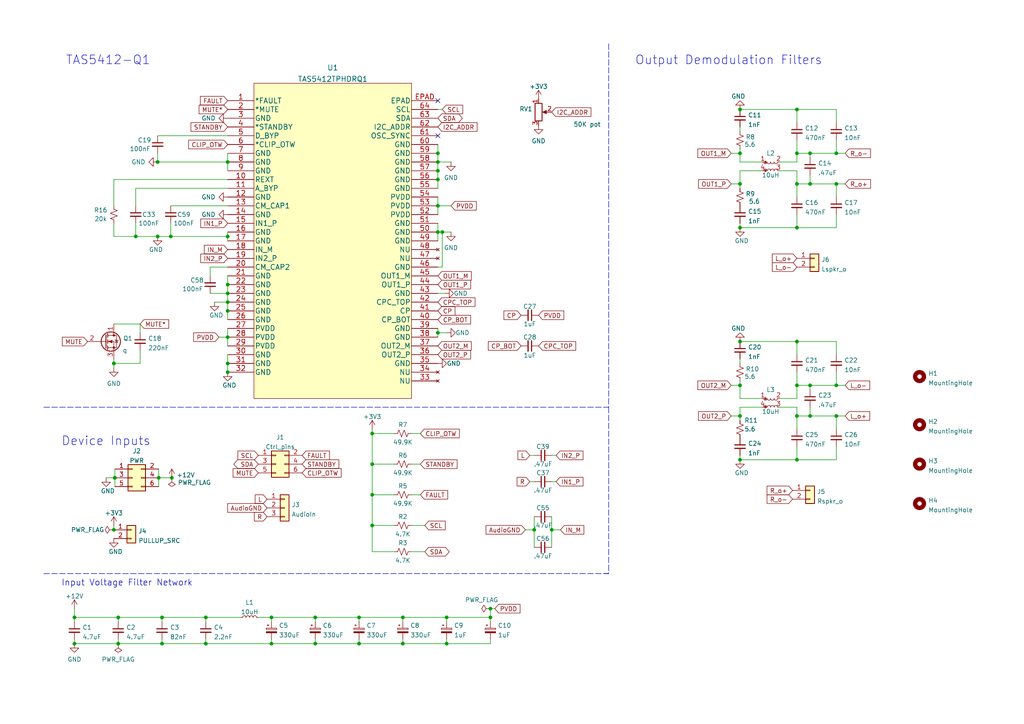
<source format=kicad_sch>
(kicad_sch (version 20211123) (generator eeschema)
  (paper "A4")
  (title_block (title "TAS5412 28W Power Amp") (date "2022-03-01") (rev "V1.0") (comment 1 "Texas Instruments Power Amplifier set for basic usage"))
  (lib_symbols
    (symbol "Amplifier_Audio:TAS5412TPHDRQ1" (pin_names (offset 0.254))
      (property "Reference" "U" (at 0 46.99 0))
      (property "Value" "TAS5412TPHDRQ1" (at 0 44.45 0))
      (symbol "TAS5412TPHDRQ1_1_1"
        (pin output line (at -30.48 36.83 0) (length 7.62) (name "*FAULT") (number "1"))
        (pin input line (at -30.48 13.97 0) (length 7.62) (name "REXT") (number "10"))
        (pin unspecified line (at -30.48 11.43 0) (length 7.62) (name "A_BYP") (number "11"))
        (pin power_in line (at -30.48 8.89 0) (length 7.62) (name "GND") (number "12"))
        (pin input line (at -30.48 6.35 0) (length 7.62) (name "CM_CAP1") (number "13"))
        (pin power_in line (at -30.48 3.81 0) (length 7.62) (name "GND") (number "14"))
        (pin input line (at -30.48 1.27 0) (length 7.62) (name "IN1_P") (number "15"))
        (pin power_in line (at -30.48 -1.27 0) (length 7.62) (name "GND") (number "16"))
        (pin power_in line (at -30.48 -3.81 0) (length 7.62) (name "GND") (number "17"))
        (pin input line (at -30.48 -6.35 0) (length 7.62) (name "IN_M") (number "18"))
        (pin input line (at -30.48 -8.89 0) (length 7.62) (name "IN2_P") (number "19"))
        (pin input line (at -30.48 34.29 0) (length 7.62) (name "*MUTE") (number "2"))
        (pin input line (at -30.48 -11.43 0) (length 7.62) (name "CM_CAP2") (number "20"))
        (pin power_in line (at -30.48 -13.97 0) (length 7.62) (name "GND") (number "21"))
        (pin power_in line (at -30.48 -16.51 0) (length 7.62) (name "GND") (number "22"))
        (pin power_in line (at -30.48 -19.05 0) (length 7.62) (name "GND") (number "23"))
        (pin power_in line (at -30.48 -21.59 0) (length 7.62) (name "GND") (number "24"))
        (pin power_in line (at -30.48 -24.13 0) (length 7.62) (name "GND") (number "25"))
        (pin power_in line (at -30.48 -26.67 0) (length 7.62) (name "GND") (number "26"))
        (pin power_in line (at -30.48 -29.21 0) (length 7.62) (name "PVDD") (number "27"))
        (pin power_in line (at -30.48 -31.75 0) (length 7.62) (name "PVDD") (number "28"))
        (pin power_in line (at -30.48 -34.29 0) (length 7.62) (name "PVDD") (number "29"))
        (pin power_in line (at -30.48 31.75 0) (length 7.62) (name "GND") (number "3"))
        (pin power_in line (at -30.48 -36.83 0) (length 7.62) (name "GND") (number "30"))
        (pin power_in line (at -30.48 -39.37 0) (length 7.62) (name "GND") (number "31"))
        (pin power_in line (at -30.48 -41.91 0) (length 7.62) (name "GND") (number "32"))
        (pin no_connect line (at 30.48 -44.45 180) (length 7.62) (name "NU") (number "33"))
        (pin no_connect line (at 30.48 -41.91 180) (length 7.62) (name "NU") (number "34"))
        (pin power_in line (at 30.48 -39.37 180) (length 7.62) (name "GND") (number "35"))
        (pin output line (at 30.48 -36.83 180) (length 7.62) (name "OUT2_P") (number "36"))
        (pin output line (at 30.48 -34.29 180) (length 7.62) (name "OUT2_M") (number "37"))
        (pin power_in line (at 30.48 -31.75 180) (length 7.62) (name "GND") (number "38"))
        (pin power_in line (at 30.48 -29.21 180) (length 7.62) (name "GND") (number "39"))
        (pin input line (at -30.48 29.21 0) (length 7.62) (name "*STANDBY") (number "4"))
        (pin unspecified line (at 30.48 -26.67 180) (length 7.62) (name "CP_BOT") (number "40"))
        (pin unspecified line (at 30.48 -24.13 180) (length 7.62) (name "CP") (number "41"))
        (pin unspecified line (at 30.48 -21.59 180) (length 7.62) (name "CPC_TOP") (number "42"))
        (pin power_in line (at 30.48 -19.05 180) (length 7.62) (name "GND") (number "43"))
        (pin output line (at 30.48 -16.51 180) (length 7.62) (name "OUT1_P") (number "44"))
        (pin output line (at 30.48 -13.97 180) (length 7.62) (name "OUT1_M") (number "45"))
        (pin power_in line (at 30.48 -11.43 180) (length 7.62) (name "GND") (number "46"))
        (pin no_connect line (at 30.48 -8.89 180) (length 7.62) (name "NU") (number "47"))
        (pin no_connect line (at 30.48 -6.35 180) (length 7.62) (name "NU") (number "48"))
        (pin power_in line (at 30.48 -3.81 180) (length 7.62) (name "GND") (number "49"))
        (pin output line (at -30.48 26.67 0) (length 7.62) (name "D_BYP") (number "5"))
        (pin power_in line (at 30.48 -1.27 180) (length 7.62) (name "GND") (number "50"))
        (pin power_in line (at 30.48 1.27 180) (length 7.62) (name "GND") (number "51"))
        (pin power_in line (at 30.48 3.81 180) (length 7.62) (name "PVDD") (number "52"))
        (pin power_in line (at 30.48 6.35 180) (length 7.62) (name "PVDD") (number "53"))
        (pin power_in line (at 30.48 8.89 180) (length 7.62) (name "PVDD") (number "54"))
        (pin power_in line (at 30.48 11.43 180) (length 7.62) (name "GND") (number "55"))
        (pin power_in line (at 30.48 13.97 180) (length 7.62) (name "GND") (number "56"))
        (pin power_in line (at 30.48 16.51 180) (length 7.62) (name "GND") (number "57"))
        (pin power_in line (at 30.48 19.05 180) (length 7.62) (name "GND") (number "58"))
        (pin power_in line (at 30.48 21.59 180) (length 7.62) (name "GND") (number "59"))
        (pin output line (at -30.48 24.13 0) (length 7.62) (name "*CLIP_OTW") (number "6"))
        (pin power_in line (at 30.48 24.13 180) (length 7.62) (name "GND") (number "60"))
        (pin bidirectional line (at 30.48 26.67 180) (length 7.62) (name "OSC_SYNC") (number "61"))
        (pin input line (at 30.48 29.21 180) (length 7.62) (name "I2C_ADDR") (number "62"))
        (pin bidirectional line (at 30.48 31.75 180) (length 7.62) (name "SDA") (number "63"))
        (pin input line (at 30.48 34.29 180) (length 7.62) (name "SCL") (number "64"))
        (pin power_in line (at -30.48 21.59 0) (length 7.62) (name "GND") (number "7"))
        (pin power_in line (at -30.48 19.05 0) (length 7.62) (name "GND") (number "8"))
        (pin power_in line (at -30.48 16.51 0) (length 7.62) (name "GND") (number "9"))
        (pin unspecified line (at 30.48 36.83 180) (length 7.62) (name "EPAD") (number "EPAD"))
      )
    )
    (symbol "Connector_Generic:Conn_01x02" (pin_names (offset 1.016) hide)
      (property "Reference" "J" (at 0 2.54 0))
      (property "Value" "Conn_01x02" (at 0 -5.08 0))
      (symbol "Conn_01x02_1_1"
        (pin passive line (at -5.08 0 0) (length 3.81) (name "Pin_1") (number "1"))
        (pin passive line (at -5.08 -2.54 0) (length 3.81) (name "Pin_2") (number "2"))
      )
    )
    (symbol "Connector_Generic:Conn_01x03" (pin_names (offset 1.016) hide)
      (property "Reference" "J" (at 0 5.08 0))
      (property "Value" "Conn_01x03" (at 0 -5.08 0))
      (symbol "Conn_01x03_1_1"
        (pin passive line (at -5.08 2.54 0) (length 3.81) (name "Pin_1") (number "1"))
        (pin passive line (at -5.08 0 0) (length 3.81) (name "Pin_2") (number "2"))
        (pin passive line (at -5.08 -2.54 0) (length 3.81) (name "Pin_3") (number "3"))
      )
    )
    (symbol "Connector_Generic:Conn_02x03_Odd_Even" (pin_names (offset 1.016) hide)
      (property "Reference" "J" (at 1.27 5.08 0))
      (property "Value" "Conn_02x03_Odd_Even" (at 1.27 -5.08 0))
      (symbol "Conn_02x03_Odd_Even_1_1"
        (pin passive line (at -5.08 2.54 0) (length 3.81) (name "Pin_1") (number "1"))
        (pin passive line (at 7.62 2.54 180) (length 3.81) (name "Pin_2") (number "2"))
        (pin passive line (at -5.08 0 0) (length 3.81) (name "Pin_3") (number "3"))
        (pin passive line (at 7.62 0 180) (length 3.81) (name "Pin_4") (number "4"))
        (pin passive line (at -5.08 -2.54 0) (length 3.81) (name "Pin_5") (number "5"))
        (pin passive line (at 7.62 -2.54 180) (length 3.81) (name "Pin_6") (number "6"))
      )
    )
    (symbol "Device:C_Polarized_Small" (pin_numbers hide) (pin_names (offset 0.254) hide)
      (property "Reference" "C" (at 0.254 1.778 0))
      (property "Value" "C_Polarized_Small" (at 0.254 -2.032 0))
      (symbol "C_Polarized_Small_1_1"
        (pin passive line (at 0 2.54 270) (length 1.8542) (name "~") (number "1"))
        (pin passive line (at 0 -2.54 90) (length 1.8542) (name "~") (number "2"))
      )
    )
    (symbol "Device:C_Small" (pin_numbers hide) (pin_names (offset 0.254) hide)
      (property "Reference" "C" (at 0.254 1.778 0))
      (property "Value" "C_Small" (at 0.254 -2.032 0))
      (symbol "C_Small_1_1"
        (pin passive line (at 0 2.54 270) (length 2.032) (name "~") (number "1"))
        (pin passive line (at 0 -2.54 90) (length 2.032) (name "~") (number "2"))
      )
    )
    (symbol "Device:L_Coupled_Small_1243" (pin_names (offset 0.254) hide)
      (property "Reference" "L" (at 0 3.175 0))
      (property "Value" "L_Coupled_Small_1243" (at 0 -3.175 0))
      (symbol "L_Coupled_Small_1243_1_1"
        (pin passive line (at -2.54 1.27 0) (length 0.508) (name "1") (number "1"))
        (pin passive line (at 2.54 1.27 180) (length 0.508) (name "2") (number "2"))
        (pin passive line (at 2.54 -1.27 180) (length 0.508) (name "3") (number "3"))
        (pin passive line (at -2.54 -1.27 0) (length 0.508) (name "4") (number "4"))
      )
    )
    (symbol "Device:L_Small" (pin_numbers hide) (pin_names (offset 0.254) hide)
      (property "Reference" "L" (at 0.762 1.016 0))
      (property "Value" "L_Small" (at 0.762 -1.016 0))
      (symbol "L_Small_1_1"
        (pin passive line (at 0 2.54 270) (length 0.508) (name "~") (number "1"))
        (pin passive line (at 0 -2.54 90) (length 0.508) (name "~") (number "2"))
      )
    )
    (symbol "Device:Q_NMOS_DGS" (pin_names (offset 0) hide)
      (property "Reference" "Q" (at 5.08 1.27 0))
      (property "Value" "Q_NMOS_DGS" (at 5.08 -1.27 0))
      (symbol "Q_NMOS_DGS_1_1"
        (pin passive line (at 2.54 5.08 270) (length 2.54) (name "D") (number "1"))
        (pin input line (at -5.08 0 0) (length 2.54) (name "G") (number "2"))
        (pin passive line (at 2.54 -5.08 90) (length 2.54) (name "S") (number "3"))
      )
    )
    (symbol "Device:R_Potentiometer" (pin_names (offset 1.016) hide)
      (property "Reference" "RV" (at -4.445 0 90))
      (property "Value" "R_Potentiometer" (at -2.54 0 90))
      (symbol "R_Potentiometer_1_1"
        (pin passive line (at 0 3.81 270) (length 1.27) (name "1") (number "1"))
        (pin passive line (at 3.81 0 180) (length 1.27) (name "2") (number "2"))
        (pin passive line (at 0 -3.81 90) (length 1.27) (name "3") (number "3"))
      )
    )
    (symbol "Device:R_Small_US" (pin_numbers hide) (pin_names (offset 0.254) hide)
      (property "Reference" "R" (at 0.762 0.508 0))
      (property "Value" "R_Small_US" (at 0.762 -1.016 0))
      (symbol "R_Small_US_1_1"
        (pin passive line (at 0 2.54 270) (length 1.016) (name "~") (number "1"))
        (pin passive line (at 0 -2.54 90) (length 1.016) (name "~") (number "2"))
      )
    )
    (symbol "Mechanical:MountingHole" (pin_names (offset 1.016))
      (property "Reference" "H" (at 0 5.08 0))
      (property "Value" "MountingHole" (at 0 3.175 0))
    )
    (symbol "power:+12V" (power) (pin_names (offset 0))
      (property "Value" "+12V" (at 0 3.556 0))
      (symbol "+12V_1_1"
        (pin power_in line (at 0 0 90) (length 0) hide (name "+12V") (number "1"))
      )
    )
    (symbol "power:+3.3V" (power) (pin_names (offset 0))
      (property "Value" "+3.3V" (at 0 3.556 0))
      (symbol "+3.3V_1_1"
        (pin power_in line (at 0 0 90) (length 0) hide (name "+3V3") (number "1"))
      )
    )
    (symbol "power:GND" (power) (pin_names (offset 0))
      (property "Value" "GND" (at 0 -3.81 0))
      (symbol "GND_1_1"
        (pin power_in line (at 0 0 270) (length 0) hide (name "GND") (number "1"))
      )
    )
    (symbol "power:PWR_FLAG" (power) (pin_numbers hide) (pin_names (offset 0) hide)
      (property "Value" "PWR_FLAG" (at 0 3.81 0))
      (symbol "PWR_FLAG_0_0"
        (pin power_out line (at 0 0 90) (length 0) (name "pwr") (number "1"))
      )
    )
  )
  (junction (at 129.54 186.69))
  (junction (at 231.14 120.65))
  (junction (at 116.84 179.07))
  (junction (at 116.84 186.69))
  (junction (at 107.95 143.51))
  (junction (at 160.02 153.67))
  (junction (at 142.24 179.07))
  (junction (at 214.63 44.45))
  (junction (at 78.74 186.69))
  (junction (at 59.69 179.07))
  (junction (at 214.63 120.65))
  (junction (at 231.14 66.04))
  (junction (at 128.27 67.31))
  (junction (at 104.14 179.07))
  (junction (at 127 46.99))
  (junction (at 214.63 133.35))
  (junction (at 21.59 186.69))
  (junction (at 66.04 68.58))
  (junction (at 66.04 82.55))
  (junction (at 66.04 46.99))
  (junction (at 127 96.52))
  (junction (at 39.37 68.58))
  (junction (at 127 67.31))
  (junction (at 242.57 111.76))
  (junction (at 66.04 105.41))
  (junction (at 46.99 186.69))
  (junction (at 234.95 44.45))
  (junction (at 33.3261 138.5847))
  (junction (at 21.59 179.07))
  (junction (at 127 52.07))
  (junction (at 46.0261 138.5847))
  (junction (at 45.72 46.99))
  (junction (at 34.29 186.69))
  (junction (at 234.95 111.76))
  (junction (at 214.63 66.04))
  (junction (at 231.14 111.76))
  (junction (at 104.14 186.69))
  (junction (at 66.04 85.09))
  (junction (at 242.57 44.45))
  (junction (at 127 44.45))
  (junction (at 231.14 99.06))
  (junction (at 231.14 133.35))
  (junction (at 66.04 87.63))
  (junction (at 242.57 120.65))
  (junction (at 78.74 179.07))
  (junction (at 33.274 138.5847))
  (junction (at 231.14 53.34))
  (junction (at 33.02 153.67))
  (junction (at 127 59.69))
  (junction (at 234.95 53.34))
  (junction (at 107.95 125.73))
  (junction (at 66.04 107.95))
  (junction (at 49.8361 138.5847))
  (junction (at 214.63 99.06))
  (junction (at 91.44 179.07))
  (junction (at 242.57 53.34))
  (junction (at 231.14 31.75))
  (junction (at 129.54 179.07))
  (junction (at 45.72 68.58))
  (junction (at 46.99 179.07))
  (junction (at 59.69 186.69))
  (junction (at 33.02 105.41))
  (junction (at 214.63 31.75))
  (junction (at 91.44 186.69))
  (junction (at 107.95 134.62))
  (junction (at 127 49.53))
  (junction (at 66.04 90.17))
  (junction (at 154.94 153.67))
  (junction (at 49.53 68.58))
  (junction (at 34.29 179.07))
  (junction (at 142.24 176.53))
  (junction (at 231.14 44.45))
  (junction (at 214.63 111.76))
  (junction (at 234.95 120.65))
  (junction (at 214.63 53.34))
  (junction (at 66.04 97.79))
  (junction (at 107.95 152.4))
  (no_connect (at 127 29.21))
  (no_connect (at 127 39.37))
  (wire (pts (xy 128.27 67.31) (xy 130.81 67.31)))
  (wire (pts (xy 231.14 31.75) (xy 231.14 35.56)))
  (polyline (pts (xy 12.7 118.11) (xy 176.53 118.11)))
  (wire (pts (xy 63.5 97.79) (xy 66.04 97.79)))
  (wire (pts (xy 231.14 49.53) (xy 231.14 53.34)))
  (wire (pts (xy 107.95 152.4) (xy 114.3 152.4)))
  (wire (pts (xy 34.29 186.69) (xy 21.59 186.69)))
  (wire (pts (xy 242.57 66.04) (xy 231.14 66.04)))
  (wire (pts (xy 33.02 52.07) (xy 33.02 59.69)))
  (wire (pts (xy 127 57.15) (xy 127 59.69)))
  (wire (pts (xy 214.63 104.14) (xy 214.63 105.41)))
  (wire (pts (xy 119.38 152.4) (xy 123.19 152.4)))
  (wire (pts (xy 66.04 68.58) (xy 66.04 69.85)))
  (wire (pts (xy 160.02 139.7) (xy 161.29 139.7)))
  (wire (pts (xy 91.44 185.42) (xy 91.44 186.69)))
  (wire (pts (xy 214.63 99.06) (xy 231.14 99.06)))
  (wire (pts (xy 231.14 120.65) (xy 234.95 120.65)))
  (wire (pts (xy 46.99 180.34) (xy 46.99 179.07)))
  (wire (pts (xy 231.14 44.45) (xy 234.95 44.45)))
  (wire (pts (xy 242.57 53.34) (xy 245.11 53.34)))
  (wire (pts (xy 231.14 99.06) (xy 231.14 102.87)))
  (wire (pts (xy 242.57 99.06) (xy 242.57 102.87)))
  (wire (pts (xy 59.69 185.42) (xy 59.69 186.69)))
  (wire (pts (xy 104.14 180.34) (xy 104.14 179.07)))
  (wire (pts (xy 127 85.09) (xy 129.032 85.09)))
  (wire (pts (xy 234.95 45.72) (xy 234.95 44.45)))
  (wire (pts (xy 66.04 82.55) (xy 66.04 85.09)))
  (wire (pts (xy 231.14 53.34) (xy 231.14 57.15)))
  (wire (pts (xy 45.72 46.99) (xy 66.04 46.99)))
  (wire (pts (xy 33.02 64.77) (xy 33.02 68.58)))
  (wire (pts (xy 231.14 53.34) (xy 234.95 53.34)))
  (wire (pts (xy 160.02 132.08) (xy 161.29 132.08)))
  (wire (pts (xy 78.74 185.42) (xy 78.74 186.69)))
  (wire (pts (xy 116.84 186.69) (xy 129.54 186.69)))
  (wire (pts (xy 45.72 39.37) (xy 66.04 39.37)))
  (wire (pts (xy 107.95 134.62) (xy 114.3 134.62)))
  (wire (pts (xy 59.69 180.34) (xy 59.69 179.07)))
  (wire (pts (xy 34.29 185.42) (xy 34.29 186.69)))
  (wire (pts (xy 127 96.52) (xy 127 97.79)))
  (wire (pts (xy 214.63 121.92) (xy 214.63 120.65)))
  (wire (pts (xy 21.59 180.34) (xy 21.59 179.07)))
  (wire (pts (xy 66.04 67.31) (xy 66.04 68.58)))
  (wire (pts (xy 127 44.45) (xy 127 46.99)))
  (wire (pts (xy 127 96.52) (xy 129.54 96.52)))
  (wire (pts (xy 234.95 111.76) (xy 242.57 111.76)))
  (wire (pts (xy 153.67 139.7) (xy 154.94 139.7)))
  (wire (pts (xy 116.84 179.07) (xy 129.54 179.07)))
  (wire (pts (xy 45.72 68.58) (xy 49.53 68.58)))
  (wire (pts (xy 46.0261 141.1247) (xy 46.0261 138.5847)))
  (wire (pts (xy 242.57 31.75) (xy 242.57 35.56)))
  (wire (pts (xy 242.57 62.23) (xy 242.57 66.04)))
  (wire (pts (xy 226.06 46.99) (xy 231.14 46.99)))
  (wire (pts (xy 234.95 50.8) (xy 234.95 53.34)))
  (wire (pts (xy 214.63 132.08) (xy 214.63 133.35)))
  (wire (pts (xy 231.14 107.95) (xy 231.14 111.76)))
  (wire (pts (xy 234.95 120.65) (xy 242.57 120.65)))
  (wire (pts (xy 160.02 153.67) (xy 160.02 158.75)))
  (wire (pts (xy 60.96 85.09) (xy 66.04 85.09)))
  (wire (pts (xy 66.04 97.79) (xy 66.04 100.33)))
  (wire (pts (xy 127 59.69) (xy 130.81 59.69)))
  (wire (pts (xy 91.44 180.34) (xy 91.44 179.07)))
  (wire (pts (xy 127 52.07) (xy 127 54.61)))
  (wire (pts (xy 128.27 77.47) (xy 128.27 67.31)))
  (wire (pts (xy 214.63 66.04) (xy 231.14 66.04)))
  (wire (pts (xy 39.37 64.77) (xy 39.37 68.58)))
  (wire (pts (xy 128.27 31.75) (xy 127 31.75)))
  (wire (pts (xy 226.06 115.57) (xy 231.14 115.57)))
  (wire (pts (xy 119.38 160.02) (xy 123.19 160.02)))
  (wire (pts (xy 212.09 44.45) (xy 214.63 44.45)))
  (wire (pts (xy 66.04 77.47) (xy 60.96 77.47)))
  (wire (pts (xy 45.72 44.45) (xy 45.72 46.99)))
  (wire (pts (xy 49.53 68.58) (xy 66.04 68.58)))
  (wire (pts (xy 40.64 105.41) (xy 33.02 105.41)))
  (wire (pts (xy 66.04 59.69) (xy 49.53 59.69)))
  (wire (pts (xy 49.53 64.77) (xy 49.53 68.58)))
  (wire (pts (xy 214.63 118.11) (xy 220.98 118.11)))
  (wire (pts (xy 33.3261 138.5847) (xy 33.3261 136.0447)))
  (wire (pts (xy 127 46.99) (xy 127 49.53)))
  (wire (pts (xy 214.63 120.65) (xy 214.63 118.11)))
  (wire (pts (xy 119.38 125.73) (xy 121.92 125.73)))
  (wire (pts (xy 127 49.53) (xy 127 52.07)))
  (wire (pts (xy 242.57 44.45) (xy 245.11 44.45)))
  (wire (pts (xy 127 67.31) (xy 127 69.85)))
  (wire (pts (xy 107.95 125.73) (xy 114.3 125.73)))
  (wire (pts (xy 214.63 44.45) (xy 214.63 46.99)))
  (wire (pts (xy 160.02 149.86) (xy 160.02 153.67)))
  (wire (pts (xy 234.95 118.11) (xy 234.95 120.65)))
  (wire (pts (xy 129.54 179.07) (xy 142.24 179.07)))
  (wire (pts (xy 214.63 133.35) (xy 231.14 133.35)))
  (wire (pts (xy 119.38 143.51) (xy 121.92 143.51)))
  (wire (pts (xy 40.64 93.98) (xy 33.02 93.98)))
  (wire (pts (xy 154.94 153.67) (xy 154.94 158.75)))
  (wire (pts (xy 231.14 46.99) (xy 231.14 44.45)))
  (wire (pts (xy 242.57 40.64) (xy 242.57 44.45)))
  (wire (pts (xy 234.95 44.45) (xy 242.57 44.45)))
  (wire (pts (xy 242.57 133.35) (xy 231.14 133.35)))
  (wire (pts (xy 107.95 134.62) (xy 107.95 143.51)))
  (wire (pts (xy 214.63 43.18) (xy 214.63 44.45)))
  (wire (pts (xy 214.63 31.75) (xy 231.14 31.75)))
  (wire (pts (xy 33.3261 141.1247) (xy 33.3261 138.5847)))
  (wire (pts (xy 127 95.25) (xy 127 96.52)))
  (wire (pts (xy 127 77.47) (xy 128.27 77.47)))
  (wire (pts (xy 78.74 179.07) (xy 91.44 179.07)))
  (wire (pts (xy 62.23 87.63) (xy 66.04 87.63)))
  (polyline (pts (xy 176.53 118.11) (xy 176.53 166.37)))
  (wire (pts (xy 46.99 186.69) (xy 59.69 186.69)))
  (wire (pts (xy 127 64.77) (xy 127 67.31)))
  (wire (pts (xy 231.14 118.11) (xy 231.14 120.65)))
  (wire (pts (xy 107.95 124.46) (xy 107.95 125.73)))
  (wire (pts (xy 142.24 180.34) (xy 142.24 179.07)))
  (wire (pts (xy 33.02 106.68) (xy 33.02 105.41)))
  (wire (pts (xy 107.95 125.73) (xy 107.95 134.62)))
  (wire (pts (xy 160.02 153.67) (xy 162.56 153.67)))
  (wire (pts (xy 234.95 53.34) (xy 242.57 53.34)))
  (wire (pts (xy 107.95 143.51) (xy 114.3 143.51)))
  (wire (pts (xy 78.74 180.34) (xy 78.74 179.07)))
  (wire (pts (xy 127 41.91) (xy 127 44.45)))
  (wire (pts (xy 231.14 99.06) (xy 242.57 99.06)))
  (wire (pts (xy 74.93 179.07) (xy 78.74 179.07)))
  (wire (pts (xy 33.3261 138.5847) (xy 33.274 138.5847)))
  (wire (pts (xy 142.24 179.07) (xy 142.24 176.53)))
  (wire (pts (xy 127 59.69) (xy 127 62.23)))
  (wire (pts (xy 33.274 138.5847) (xy 30.7861 138.5847)))
  (wire (pts (xy 66.04 105.41) (xy 66.04 107.95)))
  (wire (pts (xy 242.57 120.65) (xy 242.57 124.46)))
  (wire (pts (xy 214.63 64.77) (xy 214.63 66.04)))
  (wire (pts (xy 33.02 105.41) (xy 33.02 104.14)))
  (wire (pts (xy 226.06 49.53) (xy 231.14 49.53)))
  (wire (pts (xy 104.14 185.42) (xy 104.14 186.69)))
  (wire (pts (xy 127 67.31) (xy 128.27 67.31)))
  (wire (pts (xy 231.14 133.35) (xy 231.14 129.54)))
  (wire (pts (xy 234.95 113.03) (xy 234.95 111.76)))
  (wire (pts (xy 127 46.99) (xy 130.81 46.99)))
  (wire (pts (xy 91.44 186.69) (xy 104.14 186.69)))
  (wire (pts (xy 66.04 85.09) (xy 66.04 87.63)))
  (wire (pts (xy 107.95 160.02) (xy 114.3 160.02)))
  (wire (pts (xy 40.64 101.6) (xy 40.64 105.41)))
  (wire (pts (xy 231.14 111.76) (xy 234.95 111.76)))
  (wire (pts (xy 59.69 186.69) (xy 78.74 186.69)))
  (wire (pts (xy 231.14 66.04) (xy 231.14 62.23)))
  (wire (pts (xy 242.57 129.54) (xy 242.57 133.35)))
  (wire (pts (xy 231.14 120.65) (xy 231.14 124.46)))
  (wire (pts (xy 226.06 118.11) (xy 231.14 118.11)))
  (wire (pts (xy 66.04 102.87) (xy 66.04 105.41)))
  (wire (pts (xy 242.57 53.34) (xy 242.57 57.15)))
  (wire (pts (xy 242.57 120.65) (xy 245.11 120.65)))
  (wire (pts (xy 78.74 186.69) (xy 91.44 186.69)))
  (polyline (pts (xy 176.53 12.7) (xy 176.53 118.11)))
  (wire (pts (xy 119.38 134.62) (xy 121.92 134.62)))
  (wire (pts (xy 107.95 152.4) (xy 107.95 160.02)))
  (wire (pts (xy 129.54 180.34) (xy 129.54 179.07)))
  (wire (pts (xy 66.04 46.99) (xy 66.04 49.53)))
  (wire (pts (xy 91.44 179.07) (xy 104.14 179.07)))
  (wire (pts (xy 21.59 176.53) (xy 21.59 179.07)))
  (wire (pts (xy 40.64 93.98) (xy 40.64 96.52)))
  (wire (pts (xy 116.84 185.42) (xy 116.84 186.69)))
  (wire (pts (xy 66.04 87.63) (xy 66.04 90.17)))
  (wire (pts (xy 46.99 185.42) (xy 46.99 186.69)))
  (wire (pts (xy 214.63 115.57) (xy 220.98 115.57)))
  (wire (pts (xy 212.09 120.65) (xy 214.63 120.65)))
  (wire (pts (xy 66.04 80.01) (xy 66.04 82.55)))
  (polyline (pts (xy 12.7 166.37) (xy 176.53 166.37)))
  (wire (pts (xy 129.54 185.42) (xy 129.54 186.69)))
  (wire (pts (xy 142.24 186.69) (xy 142.24 185.42)))
  (wire (pts (xy 214.63 111.76) (xy 214.63 115.57)))
  (wire (pts (xy 39.37 54.61) (xy 39.37 59.69)))
  (wire (pts (xy 66.04 44.45) (xy 66.04 46.99)))
  (wire (pts (xy 59.69 179.07) (xy 69.85 179.07)))
  (wire (pts (xy 104.14 179.07) (xy 116.84 179.07)))
  (wire (pts (xy 214.63 36.83) (xy 214.63 38.1)))
  (wire (pts (xy 214.63 53.34) (xy 214.63 49.53)))
  (wire (pts (xy 214.63 49.53) (xy 220.98 49.53)))
  (wire (pts (xy 152.4 153.67) (xy 154.94 153.67)))
  (wire (pts (xy 212.09 111.76) (xy 214.63 111.76)))
  (wire (pts (xy 34.29 179.07) (xy 46.99 179.07)))
  (wire (pts (xy 46.0261 138.5847) (xy 46.0261 136.0447)))
  (wire (pts (xy 46.99 179.07) (xy 59.69 179.07)))
  (wire (pts (xy 116.84 180.34) (xy 116.84 179.07)))
  (polyline (pts (xy 175.26 166.37) (xy 176.53 166.37)))
  (wire (pts (xy 242.57 111.76) (xy 245.11 111.76)))
  (wire (pts (xy 104.14 186.69) (xy 116.84 186.69)))
  (wire (pts (xy 34.29 186.69) (xy 46.99 186.69)))
  (wire (pts (xy 60.96 77.47) (xy 60.96 80.01)))
  (wire (pts (xy 107.95 143.51) (xy 107.95 152.4)))
  (wire (pts (xy 154.94 149.86) (xy 154.94 153.67)))
  (wire (pts (xy 21.59 179.07) (xy 34.29 179.07)))
  (wire (pts (xy 231.14 115.57) (xy 231.14 111.76)))
  (wire (pts (xy 153.67 132.08) (xy 154.94 132.08)))
  (wire (pts (xy 214.63 110.49) (xy 214.63 111.76)))
  (wire (pts (xy 39.37 68.58) (xy 45.72 68.58)))
  (wire (pts (xy 129.54 186.69) (xy 142.24 186.69)))
  (wire (pts (xy 66.04 54.61) (xy 39.37 54.61)))
  (wire (pts (xy 33.02 152.4) (xy 33.02 153.67)))
  (wire (pts (xy 142.24 176.53) (xy 143.51 176.53)))
  (wire (pts (xy 33.02 68.58) (xy 39.37 68.58)))
  (wire (pts (xy 214.63 54.61) (xy 214.63 53.34)))
  (wire (pts (xy 242.57 107.95) (xy 242.57 111.76)))
  (wire (pts (xy 212.09 53.34) (xy 214.63 53.34)))
  (wire (pts (xy 49.8361 138.5847) (xy 46.0261 138.5847)))
  (wire (pts (xy 66.04 52.07) (xy 33.02 52.07)))
  (wire (pts (xy 66.04 90.17) (xy 66.04 92.71)))
  (wire (pts (xy 231.14 40.64) (xy 231.14 44.45)))
  (wire (pts (xy 66.04 95.25) (xy 66.04 97.79)))
  (wire (pts (xy 21.59 185.42) (xy 21.59 186.69)))
  (wire (pts (xy 34.29 180.34) (xy 34.29 179.07)))
  (wire (pts (xy 231.14 31.75) (xy 242.57 31.75)))
  (wire (pts (xy 214.63 46.99) (xy 220.98 46.99)))
  (text "Output Demodulation Filters" (at 184.15 19.05 0) (effects (font (size 2.54 2.54)) (justify left bottom)))
  (text "TAS5412-Q1" (at 19.05 19.05 0) (effects (font (size 2.54 2.54)) (justify left bottom)))
  (text "Input Voltage Filter Network" (at 17.78 170.18 0) (effects (font (size 1.778 1.778)) (justify left bottom)))
  (text "Device Inputs" (at 17.78 129.54 0) (effects (font (size 2.54 2.54)) (justify left bottom)))
  (global_label "SDA" (shape bidirectional) (at 127 34.29 0) (property "Intersheet References" "${INTERSHEET_REFS}" (effects hide)))
  (global_label "PVDD" (shape input) (at 63.5 97.79 180) (property "Intersheet References" "${INTERSHEET_REFS}" (effects hide)))
  (global_label "R_o+" (shape input) (at 229.87 142.24 180) (property "Intersheet References" "${INTERSHEET_REFS}" (effects hide)))
  (global_label "PVDD" (shape input) (at 143.51 176.53 0) (property "Intersheet References" "${INTERSHEET_REFS}" (effects hide)))
  (global_label "MUTE" (shape input) (at 74.93 137.16 180) (property "Intersheet References" "${INTERSHEET_REFS}" (effects hide)))
  (global_label "AudioGND" (shape input) (at 152.4 153.67 180) (property "Intersheet References" "${INTERSHEET_REFS}" (effects hide)))
  (global_label "IN_M" (shape input) (at 66.04 72.39 180) (property "Intersheet References" "${INTERSHEET_REFS}" (effects hide)))
  (global_label "OUT2_P" (shape input) (at 212.09 120.65 180) (property "Intersheet References" "${INTERSHEET_REFS}" (effects hide)))
  (global_label "PVDD" (shape input) (at 130.81 59.69 0) (property "Intersheet References" "${INTERSHEET_REFS}" (effects hide)))
  (global_label "MUTE*" (shape input) (at 40.64 93.98 0) (property "Intersheet References" "${INTERSHEET_REFS}" (effects hide)))
  (global_label "IN1_P" (shape input) (at 161.29 139.7 0) (property "Intersheet References" "${INTERSHEET_REFS}" (effects hide)))
  (global_label "STANDBY" (shape input) (at 121.92 134.62 0) (property "Intersheet References" "${INTERSHEET_REFS}" (effects hide)))
  (global_label "AudioGND" (shape input) (at 77.47 147.32 180) (property "Intersheet References" "${INTERSHEET_REFS}" (effects hide)))
  (global_label "L_o-" (shape input) (at 231.14 77.47 180) (property "Intersheet References" "${INTERSHEET_REFS}" (effects hide)))
  (global_label "FAULT" (shape input) (at 87.63 132.08 0) (property "Intersheet References" "${INTERSHEET_REFS}" (effects hide)))
  (global_label "R_o-" (shape input) (at 229.87 144.78 180) (property "Intersheet References" "${INTERSHEET_REFS}" (effects hide)))
  (global_label "L_o-" (shape input) (at 245.11 111.76 0) (property "Intersheet References" "${INTERSHEET_REFS}" (effects hide)))
  (global_label "L_o+" (shape input) (at 245.11 120.65 0) (property "Intersheet References" "${INTERSHEET_REFS}" (effects hide)))
  (global_label "OUT2_P" (shape input) (at 127 102.87 0) (property "Intersheet References" "${INTERSHEET_REFS}" (effects hide)))
  (global_label "CP_BOT" (shape input) (at 151.13 100.33 180) (property "Intersheet References" "${INTERSHEET_REFS}" (effects hide)))
  (global_label "SCL" (shape input) (at 74.93 132.08 180) (property "Intersheet References" "${INTERSHEET_REFS}" (effects hide)))
  (global_label "CP" (shape input) (at 127 90.17 0) (property "Intersheet References" "${INTERSHEET_REFS}" (effects hide)))
  (global_label "IN_M" (shape input) (at 162.56 153.67 0) (property "Intersheet References" "${INTERSHEET_REFS}" (effects hide)))
  (global_label "R" (shape input) (at 77.47 149.86 180) (property "Intersheet References" "${INTERSHEET_REFS}" (effects hide)))
  (global_label "CLIP_OTW" (shape input) (at 66.04 41.91 180) (property "Intersheet References" "${INTERSHEET_REFS}" (effects hide)))
  (global_label "SCL" (shape input) (at 128.27 31.75 0) (property "Intersheet References" "${INTERSHEET_REFS}" (effects hide)))
  (global_label "STANDBY" (shape input) (at 87.63 134.62 0) (property "Intersheet References" "${INTERSHEET_REFS}" (effects hide)))
  (global_label "R_o-" (shape input) (at 245.11 44.45 0) (property "Intersheet References" "${INTERSHEET_REFS}" (effects hide)))
  (global_label "CP" (shape input) (at 151.13 91.44 180) (property "Intersheet References" "${INTERSHEET_REFS}" (effects hide)))
  (global_label "FAULT" (shape input) (at 66.04 29.21 180) (property "Intersheet References" "${INTERSHEET_REFS}" (effects hide)))
  (global_label "CP_BOT" (shape input) (at 127 92.71 0) (property "Intersheet References" "${INTERSHEET_REFS}" (effects hide)))
  (global_label "MUTE*" (shape input) (at 66.04 31.75 180) (property "Intersheet References" "${INTERSHEET_REFS}" (effects hide)))
  (global_label "I2C_ADDR" (shape input) (at 127 36.83 0) (property "Intersheet References" "${INTERSHEET_REFS}" (effects hide)))
  (global_label "OUT2_M" (shape input) (at 212.09 111.76 180) (property "Intersheet References" "${INTERSHEET_REFS}" (effects hide)))
  (global_label "OUT1_P" (shape input) (at 127 82.55 0) (property "Intersheet References" "${INTERSHEET_REFS}" (effects hide)))
  (global_label "IN2_P" (shape input) (at 66.04 74.93 180) (property "Intersheet References" "${INTERSHEET_REFS}" (effects hide)))
  (global_label "CPC_TOP" (shape input) (at 127 87.63 0) (property "Intersheet References" "${INTERSHEET_REFS}" (effects hide)))
  (global_label "R" (shape input) (at 153.67 139.7 180) (property "Intersheet References" "${INTERSHEET_REFS}" (effects hide)))
  (global_label "OUT1_M" (shape input) (at 212.09 44.45 180) (property "Intersheet References" "${INTERSHEET_REFS}" (effects hide)))
  (global_label "OUT2_M" (shape input) (at 127 100.33 0) (property "Intersheet References" "${INTERSHEET_REFS}" (effects hide)))
  (global_label "CLIP_OTW" (shape input) (at 87.63 137.16 0) (property "Intersheet References" "${INTERSHEET_REFS}" (effects hide)))
  (global_label "OUT1_M" (shape input) (at 127 80.01 0) (property "Intersheet References" "${INTERSHEET_REFS}" (effects hide)))
  (global_label "L" (shape input) (at 77.47 144.78 180) (property "Intersheet References" "${INTERSHEET_REFS}" (effects hide)))
  (global_label "SCL" (shape input) (at 123.19 152.4 0) (property "Intersheet References" "${INTERSHEET_REFS}" (effects hide)))
  (global_label "L" (shape input) (at 153.67 132.08 180) (property "Intersheet References" "${INTERSHEET_REFS}" (effects hide)))
  (global_label "STANDBY" (shape input) (at 66.04 36.83 180) (property "Intersheet References" "${INTERSHEET_REFS}" (effects hide)))
  (global_label "FAULT" (shape input) (at 121.92 143.51 0) (property "Intersheet References" "${INTERSHEET_REFS}" (effects hide)))
  (global_label "L_o+" (shape input) (at 231.14 74.93 180) (property "Intersheet References" "${INTERSHEET_REFS}" (effects hide)))
  (global_label "IN2_P" (shape input) (at 161.29 132.08 0) (property "Intersheet References" "${INTERSHEET_REFS}" (effects hide)))
  (global_label "MUTE" (shape input) (at 25.4 99.06 180) (property "Intersheet References" "${INTERSHEET_REFS}" (effects hide)))
  (global_label "PVDD" (shape input) (at 156.21 91.44 0) (property "Intersheet References" "${INTERSHEET_REFS}" (effects hide)))
  (global_label "R_o+" (shape input) (at 245.11 53.34 0) (property "Intersheet References" "${INTERSHEET_REFS}" (effects hide)))
  (global_label "SDA" (shape bidirectional) (at 74.93 134.62 180) (property "Intersheet References" "${INTERSHEET_REFS}" (effects hide)))
  (global_label "CPC_TOP" (shape input) (at 156.21 100.33 0) (property "Intersheet References" "${INTERSHEET_REFS}" (effects hide)))
  (global_label "SDA" (shape bidirectional) (at 123.19 160.02 0) (property "Intersheet References" "${INTERSHEET_REFS}" (effects hide)))
  (global_label "OUT1_P" (shape input) (at 212.09 53.34 180) (property "Intersheet References" "${INTERSHEET_REFS}" (effects hide)))
  (global_label "CLIP_OTW" (shape input) (at 121.92 125.73 0) (property "Intersheet References" "${INTERSHEET_REFS}" (effects hide)))
  (global_label "I2C_ADDR" (shape input) (at 160.02 32.512 0) (property "Intersheet References" "${INTERSHEET_REFS}" (effects hide)))
  (global_label "IN1_P" (shape input) (at 66.04 64.77 180) (property "Intersheet References" "${INTERSHEET_REFS}" (effects hide)))
  (symbol (lib_id "power:GND") (at 62.23 87.63 0) (unit 1)
    (property "Reference" "#PWR011" (effects hide))
    (property "Value" "GND" (at 64.77 91.44 0) (effects (justify right)))
  )
  (symbol (lib_id "power:PWR_FLAG") (at 33.02 153.67 90) (unit 1)
    (property "Reference" "#FLG0101" (effects hide))
    (property "Value" "PWR_FLAG" (at 25.4 153.67 90))
  )
  (symbol (lib_id "Device:C_Small") (at 231.14 38.1 0) (unit 1)
    (property "Reference" "C12" (at 233.4641 37.1978 0) (effects (justify left)))
    (property "Value" "470nF" (at 233.4641 39.9729 0) (effects (justify left)))
    (property "Footprint" "Capacitor_SMD:C_0805_2012Metric" (effects hide))
  )
  (symbol (lib_id "Device:C_Small") (at 214.63 62.23 0) (unit 1)
    (property "Reference" "C15" (at 216.9541 61.3278 0) (effects (justify left)))
    (property "Value" "1nF" (at 216.9541 64.1029 0) (effects (justify left)))
    (property "Footprint" "Capacitor_SMD:C_0402_1005Metric" (effects hide))
  )
  (symbol (lib_id "Device:R_Small_US") (at 214.63 40.64 180) (unit 1)
    (property "Reference" "R8" (at 216.281 39.7315 0) (effects (justify right)))
    (property "Value" "5.6" (at 215.9 41.91 0) (effects (justify right)))
    (property "Footprint" "Resistor_SMD:R_2010_5025Metric" (effects hide))
  )
  (symbol (lib_id "power:GND") (at 129.54 96.52 90) (unit 1)
    (property "Reference" "#PWR018" (effects hide))
    (property "Value" "GND" (at 132.08 96.52 90) (effects (justify right)))
  )
  (symbol (lib_id "power:GND") (at 66.04 62.23 270) (unit 1)
    (property "Reference" "#PWR014" (effects hide))
    (property "Value" "GND" (at 58.42 62.23 90) (effects (justify left)))
  )
  (symbol (lib_id "power:GND") (at 130.81 67.31 0) (unit 1)
    (property "Reference" "#PWR020" (effects hide))
    (property "Value" "GND" (at 130.81 71.8725 0))
  )
  (symbol (lib_id "Mechanical:MountingHole") (at 266.7 123.19 0) (unit 1)
    (property "Reference" "H2" (at 269.24 122.2815 0) (effects (justify left)))
    (property "Value" "MountingHole" (at 269.24 125.0566 0) (effects (justify left)))
    (property "Footprint" "MountingHole:MountingHole_2.5mm" (effects hide))
  )
  (symbol (lib_id "Device:C_Small") (at 231.14 127 0) (unit 1)
    (property "Reference" "C25" (at 233.4641 126.0978 0) (effects (justify left)))
    (property "Value" "470nF" (at 233.4641 128.8729 0) (effects (justify left)))
    (property "Footprint" "Capacitor_SMD:C_0805_2012Metric" (effects hide))
  )
  (symbol (lib_id "power:GND") (at 30.7861 138.5847 0) (unit 1)
    (property "Reference" "#PWR0103" (effects hide))
    (property "Value" "GND" (at 33.3261 142.3947 0) (effects (justify right)))
  )
  (symbol (lib_id "Device:R_Small_US") (at 33.02 62.23 180) (unit 1)
    (property "Reference" "R16" (at 29.21 60.96 0))
    (property "Value" "20k" (at 29.21 63.5 0))
    (property "Footprint" "Resistor_SMD:R_0603_1608Metric" (effects hide))
  )
  (symbol (lib_id "Device:C_Small") (at 46.99 182.88 0) (unit 1)
    (property "Reference" "C3" (at 49.3141 181.9778 0) (effects (justify left)))
    (property "Value" "82nF" (at 49.3141 184.7529 0) (effects (justify left)))
    (property "Footprint" "Capacitor_SMD:C_0805_2012Metric" (effects hide))
  )
  (symbol (lib_id "power:GND") (at 214.63 133.35 0) (unit 1)
    (property "Reference" "#PWR027" (effects hide))
    (property "Value" "GND" (at 217.17 137.16 0) (effects (justify right)))
  )
  (symbol (lib_id "Mechanical:MountingHole") (at 266.7 146.05 0) (unit 1)
    (property "Reference" "H4" (at 269.24 145.1415 0) (effects (justify left)))
    (property "Value" "MountingHole" (at 269.24 147.9166 0) (effects (justify left)))
    (property "Footprint" "MountingHole:MountingHole_2.5mm" (effects hide))
  )
  (symbol (lib_id "power:GND") (at 156.21 36.322 0) (unit 1)
    (property "Reference" "#PWR023" (effects hide))
    (property "Value" "GND" (at 156.21 40.8845 0))
  )
  (symbol (lib_id "Device:Q_NMOS_DGS") (at 30.48 99.06 0) (unit 1)
    (property "Reference" "Q1" (at 35.687 98.1515 0) (effects (justify left)))
    (property "Value" "q" (at 35.56 101.6 0) (effects (justify left)))
    (property "Footprint" "Package_TO_SOT_SMD:SOT-23" (effects hide))
  )
  (symbol (lib_id "Device:C_Polarized_Small") (at 91.44 182.88 0) (unit 1)
    (property "Reference" "C6" (at 93.599 181.4254 0) (effects (justify left)))
    (property "Value" "330uF" (at 93.599 184.2005 0) (effects (justify left)))
    (property "Footprint" "Capacitor_THT:CP_Radial_D10.0mm_P5.00mm" (effects hide))
  )
  (symbol (lib_id "Device:R_Small_US") (at 214.63 57.15 180) (unit 1)
    (property "Reference" "R9" (at 216.281 56.2415 0) (effects (justify right)))
    (property "Value" "5.6" (at 217.17 58.42 0) (effects (justify right)))
    (property "Footprint" "Resistor_SMD:R_2010_5025Metric" (effects hide))
  )
  (symbol (lib_id "power:GND") (at 45.72 46.99 270) (unit 1)
    (property "Reference" "#PWR07" (effects hide))
    (property "Value" "GND" (at 38.1 46.99 90) (effects (justify left)))
  )
  (symbol (lib_id "Device:L_Small") (at 72.39 179.07 90) (unit 1)
    (property "Reference" "L1" (at 72.39 174.7225 90))
    (property "Value" "10uH" (at 72.39 177.4976 90))
    (property "Footprint" "Inductor_Coilcraft:SER2918H-103KL" (effects hide))
  )
  (symbol (lib_id "Device:C_Small") (at 214.63 34.29 0) (unit 1)
    (property "Reference" "C11" (at 216.9541 33.3878 0) (effects (justify left)))
    (property "Value" "1nF" (at 216.9541 36.1629 0) (effects (justify left)))
    (property "Footprint" "Capacitor_SMD:C_0402_1005Metric" (effects hide))
  )
  (symbol (lib_id "Device:C_Small") (at 34.29 182.88 0) (unit 1)
    (property "Reference" "C2" (at 36.6141 181.9778 0) (effects (justify left)))
    (property "Value" "4.7uF" (at 36.6141 184.7529 0) (effects (justify left)))
    (property "Footprint" "Capacitor_SMD:C_0805_2012Metric" (effects hide))
  )
  (symbol (lib_id "Device:R_Small_US") (at 214.63 124.46 180) (unit 1)
    (property "Reference" "R11" (at 215.9 121.92 0) (effects (justify right)))
    (property "Value" "5.6" (at 215.9 124.46 0) (effects (justify right)))
    (property "Footprint" "Resistor_SMD:R_2010_5025Metric" (effects hide))
  )
  (symbol (lib_id "power:+12V") (at 21.59 176.53 0) (unit 1)
    (property "Reference" "#PWR01" (effects hide))
    (property "Value" "+12V" (at 21.59 172.9255 0))
  )
  (symbol (lib_id "Device:R_Small_US") (at 116.84 125.73 270) (unit 1)
    (property "Reference" "R7" (at 116.84 123.19 90))
    (property "Value" "49.9K" (at 116.84 128.27 90))
    (property "Footprint" "Resistor_SMD:R_0805_2012Metric" (effects hide))
  )
  (symbol (lib_id "power:+3.3V") (at 107.95 124.46 0) (unit 1)
    (property "Reference" "#PWR016" (effects hide))
    (property "Value" "+3.3V" (at 107.95 120.8555 0))
  )
  (symbol (lib_id "Device:C_Small") (at 153.67 100.33 270) (unit 1)
    (property "Reference" "C28" (at 153.67 97.79 90))
    (property "Value" "1uF" (at 153.6637 103.0835 90))
    (property "Footprint" "Capacitor_SMD:C_1206_3216Metric" (effects hide))
  )
  (symbol (lib_id "Device:C_Small") (at 231.14 59.69 0) (unit 1)
    (property "Reference" "C16" (at 233.4641 58.7878 0) (effects (justify left)))
    (property "Value" "470nF" (at 233.4641 61.5629 0) (effects (justify left)))
    (property "Footprint" "Capacitor_SMD:C_0805_2012Metric" (effects hide))
  )
  (symbol (lib_id "Device:C_Small") (at 214.63 129.54 0) (unit 1)
    (property "Reference" "C24" (at 216.9541 128.6378 0) (effects (justify left)))
    (property "Value" "1nF" (at 216.9541 131.4129 0) (effects (justify left)))
    (property "Footprint" "Capacitor_SMD:C_0402_1005Metric" (effects hide))
  )
  (symbol (lib_id "power:GND") (at 33.02 156.21 0) (unit 1)
    (property "Reference" "#PWR04" (effects hide))
    (property "Value" "GND" (at 35.56 160.02 0) (effects (justify right)))
  )
  (symbol (lib_id "power:GND") (at 127 105.41 90) (unit 1)
    (property "Reference" "#PWR0101" (effects hide))
    (property "Value" "GND" (at 129.54 105.41 90) (effects (justify right)))
  )
  (symbol (lib_id "power:PWR_FLAG") (at 49.8361 138.5847 180) (unit 1)
    (property "Reference" "#FLG0103" (effects hide))
    (property "Value" "PWR_FLAG" (at 51.562 139.954 0) (effects (justify right)))
  )
  (symbol (lib_id "power:GND") (at 214.63 31.75 180) (unit 1)
    (property "Reference" "#PWR024" (effects hide))
    (property "Value" "GND" (at 212.09 27.94 0) (effects (justify right)))
  )
  (symbol (lib_id "Device:C_Polarized_Small") (at 116.84 182.88 0) (unit 1)
    (property "Reference" "C8" (at 118.999 181.4254 0) (effects (justify left)))
    (property "Value" "330uF" (at 118.999 184.2005 0) (effects (justify left)))
    (property "Footprint" "Capacitor_THT:CP_Radial_D10.0mm_P5.00mm" (effects hide))
  )
  (symbol (lib_id "Device:C_Small") (at 157.48 149.86 90) (unit 1)
    (property "Reference" "C55" (at 157.48 147.32 90))
    (property "Value" ".47uF" (at 157.48 152.4 90))
    (property "Footprint" "Capacitor_THT:C_Rect_L7.0mm_W3.5mm_P5.00mm" (effects hide))
  )
  (symbol (lib_id "power:GND") (at 66.04 107.95 0) (unit 1)
    (property "Reference" "#PWR015" (effects hide))
    (property "Value" "GND" (at 68.58 111.76 0) (effects (justify right)))
  )
  (symbol (lib_id "Device:R_Small_US") (at 116.84 152.4 270) (unit 1)
    (property "Reference" "R2" (at 116.84 149.86 90))
    (property "Value" "4.7K" (at 116.84 154.94 90))
    (property "Footprint" "Resistor_SMD:R_0603_1608Metric" (effects hide))
  )
  (symbol (lib_id "Device:C_Small") (at 21.59 182.88 0) (unit 1)
    (property "Reference" "C1" (at 23.9141 181.9778 0) (effects (justify left)))
    (property "Value" "4.7uF" (at 23.9141 184.7529 0) (effects (justify left)))
    (property "Footprint" "Capacitor_SMD:C_0805_2012Metric" (effects hide))
  )
  (symbol (lib_id "Amplifier_Audio:TAS5412TPHDRQ1") (at 96.52 66.04 0) (unit 1)
    (property "Reference" "U1" (at 96.52 19.6499 0) (effects (font (size 1.524 1.524))))
    (property "Value" "TAS5412TPHDRQ1" (at 96.52 22.9289 0) (effects (font (size 1.524 1.524))))
    (property "Footprint" "Imported:TAS5412TPHDRQ1" (effects hide))
  )
  (symbol (lib_id "power:GND") (at 129.032 85.09 90) (unit 1)
    (property "Reference" "#PWR021" (effects hide))
    (property "Value" "GND" (at 131.572 85.09 90) (effects (justify right)))
  )
  (symbol (lib_id "power:+3.3V") (at 156.21 28.702 0) (unit 1)
    (property "Reference" "#PWR022" (effects hide))
    (property "Value" "+3.3V" (at 156.21 25.0975 0))
  )
  (symbol (lib_id "Device:C_Small") (at 157.48 139.7 90) (unit 1)
    (property "Reference" "C37" (at 157.48 137.16 90))
    (property "Value" ".47uF" (at 157.48 142.24 90))
    (property "Footprint" "Capacitor_SMD:C_1206_3216Metric" (effects hide))
  )
  (symbol (lib_id "Device:R_Small_US") (at 214.63 107.95 180) (unit 1)
    (property "Reference" "R10" (at 216.281 107.0415 0) (effects (justify right)))
    (property "Value" "5.6" (at 215.9 109.22 0) (effects (justify right)))
    (property "Footprint" "Resistor_SMD:R_2010_5025Metric" (effects hide))
  )
  (symbol (lib_id "power:GND") (at 66.04 34.29 270) (unit 1)
    (property "Reference" "#PWR012" (effects hide))
    (property "Value" "GND" (at 58.42 34.29 90) (effects (justify left)))
  )
  (symbol (lib_id "Device:C_Polarized_Small") (at 142.24 182.88 0) (unit 1)
    (property "Reference" "C10" (at 144.399 181.4254 0) (effects (justify left)))
    (property "Value" "1uF" (at 144.399 184.2005 0) (effects (justify left)))
    (property "Footprint" "Capacitor_SMD:C_1206_3216Metric" (effects hide))
  )
  (symbol (lib_id "Device:R_Small_US") (at 116.84 134.62 270) (unit 1)
    (property "Reference" "R6" (at 116.84 132.08 90))
    (property "Value" "49.9K" (at 116.84 137.16 90))
    (property "Footprint" "Resistor_SMD:R_0805_2012Metric" (effects hide))
  )
  (symbol (lib_id "power:GND") (at 21.59 186.69 0) (unit 1)
    (property "Reference" "#PWR02" (effects hide))
    (property "Value" "GND" (at 21.59 191.2525 0))
  )
  (symbol (lib_id "Device:C_Small") (at 59.69 182.88 0) (unit 1)
    (property "Reference" "C4" (at 62.0141 181.9778 0) (effects (justify left)))
    (property "Value" "2.2nF" (at 62.0141 184.7529 0) (effects (justify left)))
    (property "Footprint" "Capacitor_SMD:C_0805_2012Metric" (effects hide))
  )
  (symbol (lib_id "power:GND") (at 214.63 66.04 0) (unit 1)
    (property "Reference" "#PWR025" (effects hide))
    (property "Value" "GND" (at 217.17 69.85 0) (effects (justify right)))
  )
  (symbol (lib_id "power:PWR_FLAG") (at 34.29 186.69 180) (unit 1)
    (property "Reference" "#FLG02" (effects hide))
    (property "Value" "PWR_FLAG" (at 34.29 191.2525 0))
  )
  (symbol (lib_id "Device:C_Small") (at 242.57 38.1 0) (unit 1)
    (property "Reference" "C13" (at 244.8941 37.1978 0) (effects (justify left)))
    (property "Value" "10nF" (at 244.8941 39.9729 0) (effects (justify left)))
    (property "Footprint" "Capacitor_SMD:C_0603_1608Metric" (effects hide))
  )
  (symbol (lib_id "Connector_Generic:Conn_02x03_Odd_Even") (at 80.01 134.62 0) (unit 1)
    (property "Reference" "J1" (at 81.28 126.8435 0))
    (property "Value" "Ctrl_pins" (at 81.28 129.6186 0))
    (property "Footprint" "Connector_PinHeader_2.54mm:PinHeader_2x03_P2.54mm_Vertical" (effects hide))
  )
  (symbol (lib_id "Device:C_Small") (at 45.72 41.91 0) (unit 1)
    (property "Reference" "C19" (at 41.91 40.64 0))
    (property "Value" "100nF" (at 40.64 43.18 0))
    (property "Footprint" "Capacitor_SMD:C_0603_1608Metric" (effects hide))
  )
  (symbol (lib_id "Device:L_Coupled_Small_1243") (at 223.52 116.84 0) (unit 1)
    (property "Reference" "L3" (at 223.52 113.03 0))
    (property "Value" "10uH" (at 223.52 119.38 0))
    (property "Footprint" "Inductor_Coilcraft:JA4575-AL" (effects hide))
  )
  (symbol (lib_id "power:GND") (at 214.63 99.06 180) (unit 1)
    (property "Reference" "#PWR026" (effects hide))
    (property "Value" "GND" (at 212.09 95.25 0) (effects (justify right)))
  )
  (symbol (lib_id "Device:C_Small") (at 242.57 59.69 0) (unit 1)
    (property "Reference" "C17" (at 244.8941 58.7878 0) (effects (justify left)))
    (property "Value" "10nF" (at 244.8941 61.5629 0) (effects (justify left)))
    (property "Footprint" "Capacitor_SMD:C_0603_1608Metric" (effects hide))
  )
  (symbol (lib_id "Device:C_Small") (at 231.14 105.41 0) (unit 1)
    (property "Reference" "C21" (at 233.4641 104.5078 0) (effects (justify left)))
    (property "Value" "470nF" (at 233.4641 107.2829 0) (effects (justify left)))
    (property "Footprint" "Capacitor_SMD:C_0805_2012Metric" (effects hide))
  )
  (symbol (lib_id "Device:R_Small_US") (at 116.84 143.51 270) (unit 1)
    (property "Reference" "R5" (at 116.84 140.97 90))
    (property "Value" "49.9K" (at 116.84 146.05 90))
    (property "Footprint" "Resistor_SMD:R_0805_2012Metric" (effects hide))
  )
  (symbol (lib_id "Device:C_Small") (at 49.53 62.23 0) (unit 1)
    (property "Reference" "C59" (at 53.34 62.23 0))
    (property "Value" "100nF" (at 53.34 64.77 0))
    (property "Footprint" "Capacitor_SMD:C_0603_1608Metric" (effects hide))
  )
  (symbol (lib_id "Device:C_Small") (at 234.95 48.26 0) (unit 1)
    (property "Reference" "C14" (at 237.2741 47.3578 0) (effects (justify left)))
    (property "Value" ".47uF" (at 237.2741 50.1329 0) (effects (justify left)))
    (property "Footprint" "Capacitor_THT:C_Rect_L7.0mm_W3.5mm_P5.00mm" (effects hide))
  )
  (symbol (lib_id "power:GND") (at 45.72 68.58 0) (unit 1)
    (property "Reference" "#PWR08" (effects hide))
    (property "Value" "GND" (at 43.18 72.39 0) (effects (justify left)))
  )
  (symbol (lib_id "power:GND") (at 130.81 46.99 0) (unit 1)
    (property "Reference" "#PWR019" (effects hide))
    (property "Value" "GND" (at 130.81 51.5525 0))
  )
  (symbol (lib_id "power:+3.3V") (at 33.02 152.4 0) (unit 1)
    (property "Reference" "#PWR03" (effects hide))
    (property "Value" "+3.3V" (at 33.02 148.7955 0))
  )
  (symbol (lib_id "Connector_Generic:Conn_01x03") (at 82.55 147.32 0) (unit 1)
    (property "Reference" "J3" (at 84.582 146.4115 0) (effects (justify left)))
    (property "Value" "AudioIn" (at 84.582 149.1866 0) (effects (justify left)))
    (property "Footprint" "Custom:PinHeader_1x03_P2.54mm_Horizontal" (effects hide))
  )
  (symbol (lib_id "Device:C_Small") (at 214.63 101.6 0) (unit 1)
    (property "Reference" "C20" (at 216.9541 100.6978 0) (effects (justify left)))
    (property "Value" "1nF" (at 216.9541 103.4729 0) (effects (justify left)))
    (property "Footprint" "Capacitor_SMD:C_0402_1005Metric" (effects hide))
  )
  (symbol (lib_id "Device:C_Small") (at 234.95 115.57 0) (unit 1)
    (property "Reference" "C23" (at 237.2741 114.6678 0) (effects (justify left)))
    (property "Value" ".47uF" (at 237.2741 117.4429 0) (effects (justify left)))
    (property "Footprint" "Capacitor_THT:C_Rect_L7.0mm_W3.5mm_P5.00mm" (effects hide))
  )
  (symbol (lib_id "Connector_Generic:Conn_02x03_Odd_Even") (at 38.4061 138.5847 0) (unit 1)
    (property "Reference" "J2" (at 39.6761 130.8082 0))
    (property "Value" "PWR" (at 39.6761 133.5833 0))
    (property "Footprint" "Connector_PinHeader_2.54mm:PinHeader_2x03_P2.54mm_Vertical" (effects hide))
  )
  (symbol (lib_id "Mechanical:MountingHole") (at 266.7 109.22 0) (unit 1)
    (property "Reference" "H1" (at 269.24 108.3115 0) (effects (justify left)))
    (property "Value" "MountingHole" (at 269.24 111.0866 0) (effects (justify left)))
    (property "Footprint" "MountingHole:MountingHole_2.5mm" (effects hide))
  )
  (symbol (lib_id "Connector_Generic:Conn_01x02") (at 234.95 142.24 0) (unit 1)
    (property "Reference" "J5" (at 236.982 142.6015 0) (effects (justify left)))
    (property "Value" "Rspkr_o" (at 236.982 145.3766 0) (effects (justify left)))
    (property "Footprint" "Connector_PinHeader_2.54mm:PinHeader_1x02_P2.54mm_Vertical" (effects hide))
  )
  (symbol (lib_id "power:PWR_FLAG") (at 142.24 176.53 90) (unit 1)
    (property "Reference" "#FLG0102" (effects hide))
    (property "Value" "PWR_FLAG" (at 139.7 173.99 90))
  )
  (symbol (lib_id "Device:C_Small") (at 40.64 99.06 0) (unit 1)
    (property "Reference" "C18" (at 42.9641 98.1578 0) (effects (justify left)))
    (property "Value" "220nF" (at 42.9641 100.9329 0) (effects (justify left)))
    (property "Footprint" "Capacitor_SMD:C_0603_1608Metric" (effects hide))
  )
  (symbol (lib_id "power:GND") (at 66.04 57.15 270) (unit 1)
    (property "Reference" "#PWR013" (effects hide))
    (property "Value" "GND" (at 58.42 57.15 90) (effects (justify left)))
  )
  (symbol (lib_id "Device:C_Small") (at 60.96 82.55 180) (unit 1)
    (property "Reference" "C58" (at 57.15 81.28 0))
    (property "Value" "100nF" (at 55.88 83.82 0))
    (property "Footprint" "Capacitor_SMD:C_0603_1608Metric" (effects hide))
  )
  (symbol (lib_id "power:+12V") (at 49.8361 138.5847 0) (unit 1)
    (property "Reference" "#PWR0102" (effects hide))
    (property "Value" "+12V" (at 51.2331 137.7937 0) (effects (justify left)))
  )
  (symbol (lib_id "power:GND") (at 33.02 106.68 0) (unit 1)
    (property "Reference" "#PWR06" (effects hide))
    (property "Value" "GND" (at 33.02 111.2425 0))
  )
  (symbol (lib_id "Device:C_Polarized_Small") (at 78.74 182.88 0) (unit 1)
    (property "Reference" "C5" (at 80.899 181.4254 0) (effects (justify left)))
    (property "Value" "330uF" (at 80.899 184.2005 0) (effects (justify left)))
    (property "Footprint" "Capacitor_THT:CP_Radial_D10.0mm_P5.00mm" (effects hide))
  )
  (symbol (lib_id "Mechanical:MountingHole") (at 266.7 134.62 0) (unit 1)
    (property "Reference" "H3" (at 269.24 133.7115 0) (effects (justify left)))
    (property "Value" "MountingHole" (at 269.24 136.4866 0) (effects (justify left)))
    (property "Footprint" "MountingHole:MountingHole_2.5mm" (effects hide))
  )
  (symbol (lib_id "Device:C_Small") (at 157.48 132.08 90) (unit 1)
    (property "Reference" "C39" (at 157.48 129.54 90))
    (property "Value" ".47uF" (at 157.48 134.62 90))
    (property "Footprint" "Capacitor_SMD:C_1206_3216Metric" (effects hide))
  )
  (symbol (lib_id "Device:C_Polarized_Small") (at 129.54 182.88 0) (unit 1)
    (property "Reference" "C9" (at 131.699 181.4254 0) (effects (justify left)))
    (property "Value" "1uF" (at 131.699 184.2005 0) (effects (justify left)))
    (property "Footprint" "Capacitor_SMD:C_1206_3216Metric" (effects hide))
  )
  (symbol (lib_id "Device:L_Coupled_Small_1243") (at 223.52 48.26 0) (unit 1)
    (property "Reference" "L2" (at 223.52 44.45 0))
    (property "Value" "10uH" (at 223.52 50.8 0))
    (property "Footprint" "Inductor_Coilcraft:JA4575-AL" (effects hide))
  )
  (symbol (lib_id "Device:R_Potentiometer") (at 156.21 32.512 0) (unit 1)
    (property "Reference" "RV1" (at 154.4321 31.6035 0) (effects (justify right)))
    (property "Value" "50K pot" (at 174.244 36.068 0) (effects (justify right)))
    (property "Footprint" "Potentiometer_Imported:CT-6EW" (effects hide))
  )
  (symbol (lib_id "Device:C_Small") (at 157.48 158.75 90) (unit 1)
    (property "Reference" "C56" (at 157.48 156.21 90))
    (property "Value" ".47uF" (at 157.48 161.29 90))
    (property "Footprint" "Capacitor_THT:C_Rect_L7.0mm_W3.5mm_P5.00mm" (effects hide))
  )
  (symbol (lib_id "Device:C_Small") (at 242.57 127 0) (unit 1)
    (property "Reference" "C26" (at 244.8941 126.0978 0) (effects (justify left)))
    (property "Value" "10nF" (at 244.8941 128.8729 0) (effects (justify left)))
    (property "Footprint" "Capacitor_SMD:C_0603_1608Metric" (effects hide))
  )
  (symbol (lib_id "Device:C_Polarized_Small") (at 104.14 182.88 0) (unit 1)
    (property "Reference" "C7" (at 106.299 181.4254 0) (effects (justify left)))
    (property "Value" "330uF" (at 106.299 184.2005 0) (effects (justify left)))
    (property "Footprint" "Capacitor_THT:CP_Radial_D10.0mm_P5.00mm" (effects hide))
  )
  (symbol (lib_id "Connector_Generic:Conn_01x02") (at 236.22 74.93 0) (unit 1)
    (property "Reference" "J6" (at 238.252 75.2915 0) (effects (justify left)))
    (property "Value" "Lspkr_o" (at 238.252 78.0666 0) (effects (justify left)))
    (property "Footprint" "Connector_PinHeader_2.54mm:PinHeader_1x02_P2.54mm_Vertical" (effects hide))
  )
  (symbol (lib_id "Device:C_Small") (at 153.67 91.44 270) (unit 1)
    (property "Reference" "C27" (at 153.67 88.9 90))
    (property "Value" "1uF" (at 153.67 93.98 90))
    (property "Footprint" "Capacitor_SMD:C_1206_3216Metric" (effects hide))
  )
  (symbol (lib_id "Device:C_Small") (at 242.57 105.41 0) (unit 1)
    (property "Reference" "C22" (at 244.8941 104.5078 0) (effects (justify left)))
    (property "Value" "10nF" (at 244.8941 107.2829 0) (effects (justify left)))
    (property "Footprint" "Capacitor_SMD:C_0603_1608Metric" (effects hide))
  )
  (symbol (lib_id "Connector_Generic:Conn_01x02") (at 38.1 153.67 0) (unit 1)
    (property "Reference" "J4" (at 40.132 154.0315 0) (effects (justify left)))
    (property "Value" "PULLUP_SRC" (at 40.132 156.8066 0) (effects (justify left)))
    (property "Footprint" "Connector_PinHeader_2.54mm:PinHeader_1x02_P2.54mm_Vertical" (effects hide))
  )
  (symbol (lib_id "Device:R_Small_US") (at 116.84 160.02 270) (unit 1)
    (property "Reference" "R3" (at 116.84 157.48 90))
    (property "Value" "4.7K" (at 116.84 162.56 90))
    (property "Footprint" "Resistor_SMD:R_0603_1608Metric" (effects hide))
  )
  (symbol (lib_id "Device:C_Small") (at 39.37 62.23 0) (unit 1)
    (property "Reference" "C33" (at 43.18 62.23 0))
    (property "Value" "100nF" (at 43.18 64.77 0))
    (property "Footprint" "Capacitor_SMD:C_0603_1608Metric" (effects hide))
  )
)
</source>
